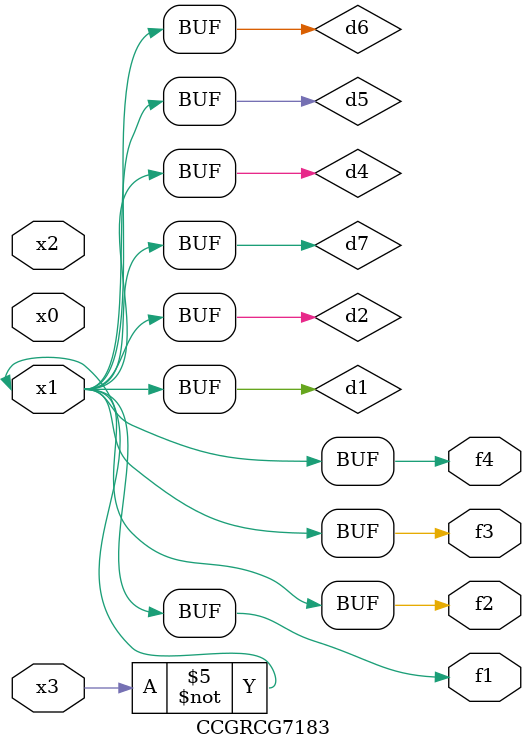
<source format=v>
module CCGRCG7183(
	input x0, x1, x2, x3,
	output f1, f2, f3, f4
);

	wire d1, d2, d3, d4, d5, d6, d7;

	not (d1, x3);
	buf (d2, x1);
	xnor (d3, d1, d2);
	nor (d4, d1);
	buf (d5, d1, d2);
	buf (d6, d4, d5);
	nand (d7, d4);
	assign f1 = d6;
	assign f2 = d7;
	assign f3 = d6;
	assign f4 = d6;
endmodule

</source>
